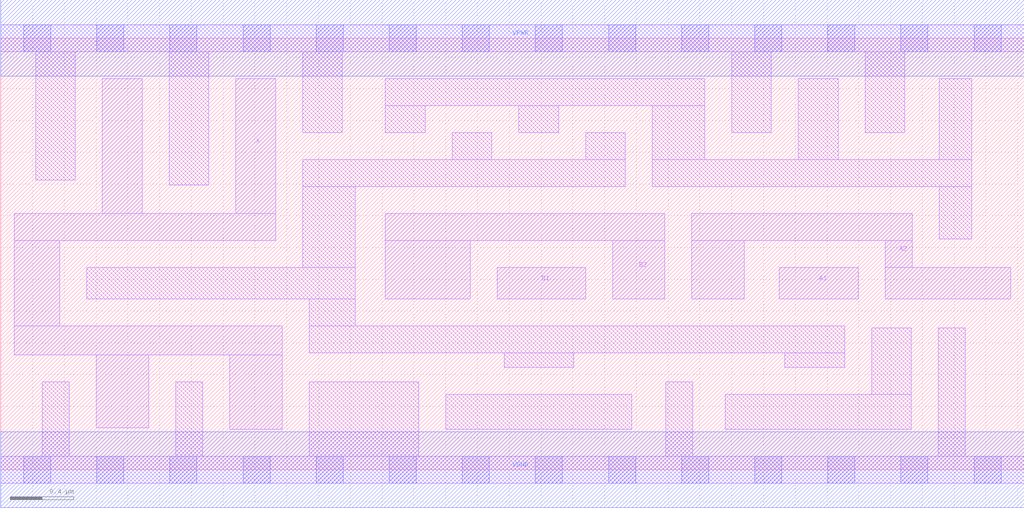
<source format=lef>
# Copyright 2020 The SkyWater PDK Authors
#
# Licensed under the Apache License, Version 2.0 (the "License");
# you may not use this file except in compliance with the License.
# You may obtain a copy of the License at
#
#     https://www.apache.org/licenses/LICENSE-2.0
#
# Unless required by applicable law or agreed to in writing, software
# distributed under the License is distributed on an "AS IS" BASIS,
# WITHOUT WARRANTIES OR CONDITIONS OF ANY KIND, either express or implied.
# See the License for the specific language governing permissions and
# limitations under the License.
#
# SPDX-License-Identifier: Apache-2.0

VERSION 5.7 ;
  NOWIREEXTENSIONATPIN ON ;
  DIVIDERCHAR "/" ;
  BUSBITCHARS "[]" ;
UNITS
  DATABASE MICRONS 200 ;
END UNITS
MACRO sky130_fd_sc_hd__a22o_4
  CLASS CORE ;
  FOREIGN sky130_fd_sc_hd__a22o_4 ;
  ORIGIN  0.000000  0.000000 ;
  SIZE  6.440000 BY  2.720000 ;
  SYMMETRY X Y R90 ;
  SITE unithd ;
  PIN A1
    ANTENNAGATEAREA  0.495000 ;
    DIRECTION INPUT ;
    USE SIGNAL ;
    PORT
      LAYER li1 ;
        RECT 4.900000 1.075000 5.395000 1.275000 ;
    END
  END A1
  PIN A2
    ANTENNAGATEAREA  0.495000 ;
    DIRECTION INPUT ;
    USE SIGNAL ;
    PORT
      LAYER li1 ;
        RECT 4.350000 1.075000 4.680000 1.445000 ;
        RECT 4.350000 1.445000 5.735000 1.615000 ;
        RECT 5.565000 1.075000 6.355000 1.275000 ;
        RECT 5.565000 1.275000 5.735000 1.445000 ;
    END
  END A2
  PIN B1
    ANTENNAGATEAREA  0.495000 ;
    DIRECTION INPUT ;
    USE SIGNAL ;
    PORT
      LAYER li1 ;
        RECT 3.125000 1.075000 3.680000 1.275000 ;
    END
  END B1
  PIN B2
    ANTENNAGATEAREA  0.495000 ;
    DIRECTION INPUT ;
    USE SIGNAL ;
    PORT
      LAYER li1 ;
        RECT 2.420000 1.075000 2.955000 1.445000 ;
        RECT 2.420000 1.445000 4.180000 1.615000 ;
        RECT 3.850000 1.075000 4.180000 1.445000 ;
    END
  END B2
  PIN X
    ANTENNADIFFAREA  0.891000 ;
    DIRECTION OUTPUT ;
    USE SIGNAL ;
    PORT
      LAYER li1 ;
        RECT 0.085000 0.725000 1.770000 0.905000 ;
        RECT 0.085000 0.905000 0.370000 1.445000 ;
        RECT 0.085000 1.445000 1.730000 1.615000 ;
        RECT 0.600000 0.265000 0.930000 0.725000 ;
        RECT 0.640000 1.615000 0.890000 2.465000 ;
        RECT 1.440000 0.255000 1.770000 0.725000 ;
        RECT 1.480000 1.615000 1.730000 2.465000 ;
    END
  END X
  PIN VGND
    DIRECTION INOUT ;
    SHAPE ABUTMENT ;
    USE GROUND ;
    PORT
      LAYER met1 ;
        RECT 0.000000 -0.240000 6.440000 0.240000 ;
    END
  END VGND
  PIN VPWR
    DIRECTION INOUT ;
    SHAPE ABUTMENT ;
    USE POWER ;
    PORT
      LAYER met1 ;
        RECT 0.000000 2.480000 6.440000 2.960000 ;
    END
  END VPWR
  OBS
    LAYER li1 ;
      RECT 0.000000 -0.085000 6.440000 0.085000 ;
      RECT 0.000000  2.635000 6.440000 2.805000 ;
      RECT 0.220000  1.825000 0.470000 2.635000 ;
      RECT 0.260000  0.085000 0.430000 0.555000 ;
      RECT 0.540000  1.075000 2.230000 1.275000 ;
      RECT 1.060000  1.795000 1.310000 2.635000 ;
      RECT 1.100000  0.085000 1.270000 0.555000 ;
      RECT 1.900000  1.275000 2.230000 1.785000 ;
      RECT 1.900000  1.785000 3.930000 1.955000 ;
      RECT 1.900000  2.125000 2.150000 2.635000 ;
      RECT 1.940000  0.085000 2.630000 0.555000 ;
      RECT 1.940000  0.735000 5.310000 0.905000 ;
      RECT 1.940000  0.905000 2.230000 1.075000 ;
      RECT 2.420000  2.125000 2.670000 2.295000 ;
      RECT 2.420000  2.295000 4.430000 2.465000 ;
      RECT 2.800000  0.255000 3.970000 0.475000 ;
      RECT 2.840000  1.955000 3.090000 2.125000 ;
      RECT 3.170000  0.645000 3.605000 0.735000 ;
      RECT 3.260000  2.125000 3.510000 2.295000 ;
      RECT 3.680000  1.955000 3.930000 2.125000 ;
      RECT 4.100000  1.785000 6.110000 1.955000 ;
      RECT 4.100000  1.955000 4.430000 2.295000 ;
      RECT 4.185000  0.085000 4.355000 0.555000 ;
      RECT 4.560000  0.255000 5.730000 0.475000 ;
      RECT 4.600000  2.125000 4.850000 2.635000 ;
      RECT 4.935000  0.645000 5.310000 0.735000 ;
      RECT 5.020000  1.955000 5.270000 2.465000 ;
      RECT 5.440000  2.125000 5.690000 2.635000 ;
      RECT 5.480000  0.475000 5.730000 0.895000 ;
      RECT 5.900000  0.085000 6.070000 0.895000 ;
      RECT 5.905000  1.455000 6.110000 1.785000 ;
      RECT 5.905000  1.955000 6.110000 2.465000 ;
    LAYER mcon ;
      RECT 0.145000 -0.085000 0.315000 0.085000 ;
      RECT 0.145000  2.635000 0.315000 2.805000 ;
      RECT 0.605000 -0.085000 0.775000 0.085000 ;
      RECT 0.605000  2.635000 0.775000 2.805000 ;
      RECT 1.065000 -0.085000 1.235000 0.085000 ;
      RECT 1.065000  2.635000 1.235000 2.805000 ;
      RECT 1.525000 -0.085000 1.695000 0.085000 ;
      RECT 1.525000  2.635000 1.695000 2.805000 ;
      RECT 1.985000 -0.085000 2.155000 0.085000 ;
      RECT 1.985000  2.635000 2.155000 2.805000 ;
      RECT 2.445000 -0.085000 2.615000 0.085000 ;
      RECT 2.445000  2.635000 2.615000 2.805000 ;
      RECT 2.905000 -0.085000 3.075000 0.085000 ;
      RECT 2.905000  2.635000 3.075000 2.805000 ;
      RECT 3.365000 -0.085000 3.535000 0.085000 ;
      RECT 3.365000  2.635000 3.535000 2.805000 ;
      RECT 3.825000 -0.085000 3.995000 0.085000 ;
      RECT 3.825000  2.635000 3.995000 2.805000 ;
      RECT 4.285000 -0.085000 4.455000 0.085000 ;
      RECT 4.285000  2.635000 4.455000 2.805000 ;
      RECT 4.745000 -0.085000 4.915000 0.085000 ;
      RECT 4.745000  2.635000 4.915000 2.805000 ;
      RECT 5.205000 -0.085000 5.375000 0.085000 ;
      RECT 5.205000  2.635000 5.375000 2.805000 ;
      RECT 5.665000 -0.085000 5.835000 0.085000 ;
      RECT 5.665000  2.635000 5.835000 2.805000 ;
      RECT 6.125000 -0.085000 6.295000 0.085000 ;
      RECT 6.125000  2.635000 6.295000 2.805000 ;
  END
END sky130_fd_sc_hd__a22o_4
END LIBRARY

</source>
